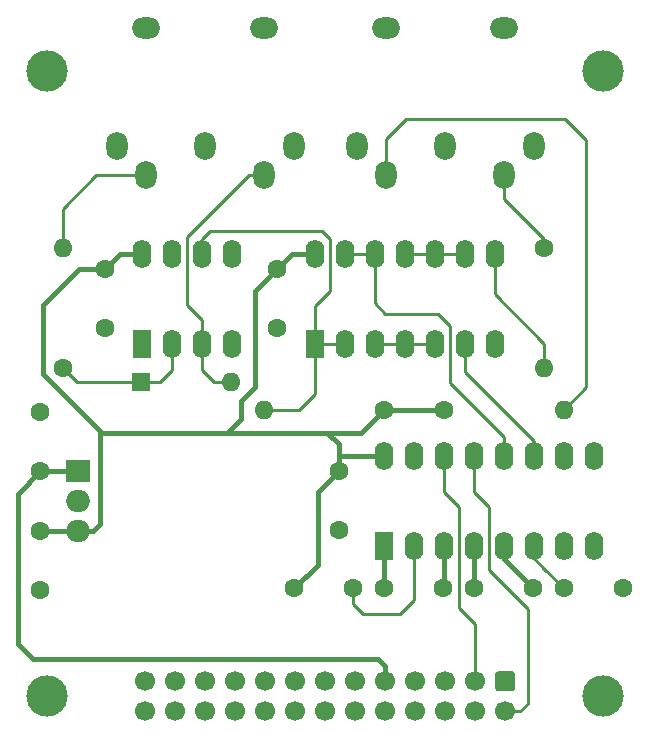
<source format=gtl>
G04 #@! TF.GenerationSoftware,KiCad,Pcbnew,(5.1.8)-1*
G04 #@! TF.CreationDate,2022-02-21T01:41:39+01:00*
G04 #@! TF.ProjectId,BulkyMIDI-32 Amiga IDC,42756c6b-794d-4494-9449-2d333220416d,rev?*
G04 #@! TF.SameCoordinates,Original*
G04 #@! TF.FileFunction,Copper,L1,Top*
G04 #@! TF.FilePolarity,Positive*
%FSLAX46Y46*%
G04 Gerber Fmt 4.6, Leading zero omitted, Abs format (unit mm)*
G04 Created by KiCad (PCBNEW (5.1.8)-1) date 2022-02-21 01:41:39*
%MOMM*%
%LPD*%
G01*
G04 APERTURE LIST*
G04 #@! TA.AperFunction,ComponentPad*
%ADD10O,1.800000X2.400000*%
G04 #@! TD*
G04 #@! TA.AperFunction,WasherPad*
%ADD11O,2.400000X1.800000*%
G04 #@! TD*
G04 #@! TA.AperFunction,ComponentPad*
%ADD12R,1.600000X1.600000*%
G04 #@! TD*
G04 #@! TA.AperFunction,ComponentPad*
%ADD13O,1.600000X1.600000*%
G04 #@! TD*
G04 #@! TA.AperFunction,ComponentPad*
%ADD14C,1.600000*%
G04 #@! TD*
G04 #@! TA.AperFunction,ComponentPad*
%ADD15R,1.600000X2.400000*%
G04 #@! TD*
G04 #@! TA.AperFunction,ComponentPad*
%ADD16O,1.600000X2.400000*%
G04 #@! TD*
G04 #@! TA.AperFunction,WasherPad*
%ADD17C,3.500000*%
G04 #@! TD*
G04 #@! TA.AperFunction,ComponentPad*
%ADD18R,2.000000X1.905000*%
G04 #@! TD*
G04 #@! TA.AperFunction,ComponentPad*
%ADD19O,2.000000X1.905000*%
G04 #@! TD*
G04 #@! TA.AperFunction,ComponentPad*
%ADD20C,1.700000*%
G04 #@! TD*
G04 #@! TA.AperFunction,Conductor*
%ADD21C,0.381000*%
G04 #@! TD*
G04 #@! TA.AperFunction,Conductor*
%ADD22C,0.250000*%
G04 #@! TD*
G04 APERTURE END LIST*
D10*
X107950000Y-79756000D03*
D11*
X102950000Y-69756000D03*
X112950000Y-69756000D03*
D10*
X100450000Y-79756000D03*
X115450000Y-79756000D03*
X102950000Y-82256000D03*
X112950000Y-82256000D03*
X128270000Y-79756000D03*
D11*
X123270000Y-69756000D03*
X133270000Y-69756000D03*
D10*
X120770000Y-79756000D03*
X135770000Y-79756000D03*
X123270000Y-82256000D03*
X133270000Y-82256000D03*
D12*
X102539800Y-99771200D03*
D13*
X110159800Y-99771200D03*
X112903000Y-102108000D03*
D14*
X123063000Y-102108000D03*
X128143000Y-102108000D03*
D13*
X138303000Y-102108000D03*
X136652000Y-98577400D03*
D14*
X136652000Y-88417400D03*
X95885000Y-98577400D03*
D13*
X95885000Y-88417400D03*
D15*
X102616000Y-96520000D03*
D16*
X110236000Y-88900000D03*
X105156000Y-96520000D03*
X107696000Y-88900000D03*
X107696000Y-96520000D03*
X105156000Y-88900000D03*
X110236000Y-96520000D03*
X102616000Y-88900000D03*
D15*
X117221000Y-96520000D03*
D16*
X132461000Y-88900000D03*
X119761000Y-96520000D03*
X129921000Y-88900000D03*
X122301000Y-96520000D03*
X127381000Y-88900000D03*
X124841000Y-96520000D03*
X124841000Y-88900000D03*
X127381000Y-96520000D03*
X122301000Y-88900000D03*
X129921000Y-96520000D03*
X119761000Y-88900000D03*
X132461000Y-96520000D03*
X117221000Y-88900000D03*
D14*
X99441000Y-90170000D03*
X99441000Y-95170000D03*
X114046000Y-95170000D03*
X114046000Y-90170000D03*
D17*
X94560000Y-73406000D03*
X141660000Y-73406000D03*
D14*
X93980000Y-107315000D03*
X93980000Y-102315000D03*
X119253000Y-112315000D03*
X119253000Y-107315000D03*
X93980000Y-117395000D03*
X93980000Y-112395000D03*
X115459500Y-117221000D03*
X120459500Y-117221000D03*
X138303000Y-117221000D03*
X143303000Y-117221000D03*
X130683000Y-117221000D03*
X135683000Y-117221000D03*
X128063000Y-117221000D03*
X123063000Y-117221000D03*
D15*
X123063000Y-113665000D03*
D16*
X140843000Y-106045000D03*
X125603000Y-113665000D03*
X138303000Y-106045000D03*
X128143000Y-113665000D03*
X135763000Y-106045000D03*
X130683000Y-113665000D03*
X133223000Y-106045000D03*
X133223000Y-113665000D03*
X130683000Y-106045000D03*
X135763000Y-113665000D03*
X128143000Y-106045000D03*
X138303000Y-113665000D03*
X125603000Y-106045000D03*
X140843000Y-113665000D03*
X123063000Y-106045000D03*
D18*
X97155000Y-107315000D03*
D19*
X97155000Y-109855000D03*
X97155000Y-112395000D03*
G04 #@! TA.AperFunction,ComponentPad*
G36*
G01*
X132750000Y-124245000D02*
X133950000Y-124245000D01*
G75*
G02*
X134200000Y-124495000I0J-250000D01*
G01*
X134200000Y-125695000D01*
G75*
G02*
X133950000Y-125945000I-250000J0D01*
G01*
X132750000Y-125945000D01*
G75*
G02*
X132500000Y-125695000I0J250000D01*
G01*
X132500000Y-124495000D01*
G75*
G02*
X132750000Y-124245000I250000J0D01*
G01*
G37*
G04 #@! TD.AperFunction*
D20*
X130810000Y-125095000D03*
X128270000Y-125095000D03*
X125730000Y-125095000D03*
X123190000Y-125095000D03*
X120650000Y-125095000D03*
X118110000Y-125095000D03*
X115570000Y-125095000D03*
X113030000Y-125095000D03*
X110490000Y-125095000D03*
X107950000Y-125095000D03*
X105410000Y-125095000D03*
X102870000Y-125095000D03*
X133350000Y-127635000D03*
X130810000Y-127635000D03*
X128270000Y-127635000D03*
X125730000Y-127635000D03*
X123190000Y-127635000D03*
X120650000Y-127635000D03*
X118110000Y-127635000D03*
X115570000Y-127635000D03*
X113030000Y-127635000D03*
X110490000Y-127635000D03*
X107950000Y-127635000D03*
X105410000Y-127635000D03*
X102870000Y-127635000D03*
D17*
X94560000Y-126365000D03*
X141660000Y-126365000D03*
D21*
X100711000Y-88900000D02*
X99441000Y-90170000D01*
X102616000Y-88900000D02*
X100711000Y-88900000D01*
X115316000Y-88900000D02*
X114046000Y-90170000D01*
X117221000Y-88900000D02*
X115316000Y-88900000D01*
X97155000Y-112395000D02*
X93980000Y-112395000D01*
X99060000Y-111760000D02*
X98425000Y-112395000D01*
X98425000Y-112395000D02*
X97155000Y-112395000D01*
X123063000Y-106045000D02*
X120523000Y-106045000D01*
X119253000Y-107315000D02*
X117475000Y-109093000D01*
X117475000Y-115205500D02*
X115459500Y-117221000D01*
X117475000Y-109093000D02*
X117475000Y-115205500D01*
X119253000Y-107315000D02*
X119253000Y-106045000D01*
X119253000Y-106045000D02*
X120523000Y-106045000D01*
X99060000Y-106045000D02*
X99060000Y-111760000D01*
X99060000Y-103911400D02*
X99060000Y-106045000D01*
X123063000Y-102108000D02*
X128143000Y-102108000D01*
X99187000Y-104038400D02*
X99060000Y-103911400D01*
X97282000Y-90170000D02*
X99441000Y-90170000D01*
X94234000Y-93218000D02*
X97282000Y-90170000D01*
X94234000Y-99085400D02*
X94234000Y-93218000D01*
X99060000Y-103911400D02*
X94234000Y-99085400D01*
X109829600Y-104038400D02*
X99187000Y-104038400D01*
X110998000Y-102870000D02*
X109829600Y-104038400D01*
X110998000Y-101346000D02*
X110998000Y-102870000D01*
X112166400Y-100177600D02*
X110998000Y-101346000D01*
X112166400Y-92049600D02*
X112166400Y-100177600D01*
X114046000Y-90170000D02*
X112166400Y-92049600D01*
X119253000Y-105029000D02*
X118262400Y-104038400D01*
X119253000Y-106045000D02*
X119253000Y-105029000D01*
X118262400Y-104038400D02*
X109829600Y-104038400D01*
X121132600Y-104038400D02*
X118262400Y-104038400D01*
X123063000Y-102108000D02*
X121132600Y-104038400D01*
D22*
X104114600Y-99771200D02*
X102539800Y-99771200D01*
X105156000Y-98729800D02*
X104114600Y-99771200D01*
X105156000Y-96520000D02*
X105156000Y-98729800D01*
X97078800Y-99771200D02*
X95885000Y-98577400D01*
X102539800Y-99771200D02*
X97078800Y-99771200D01*
X107696000Y-94488000D02*
X107696000Y-96520000D01*
X106426000Y-93218000D02*
X107696000Y-94488000D01*
X106426000Y-87503000D02*
X106426000Y-93218000D01*
X111673000Y-82256000D02*
X106426000Y-87503000D01*
X112950000Y-82256000D02*
X111673000Y-82256000D01*
X108737400Y-99771200D02*
X110159800Y-99771200D01*
X107696000Y-98729800D02*
X108737400Y-99771200D01*
X107696000Y-96520000D02*
X107696000Y-98729800D01*
X136652000Y-87630000D02*
X136652000Y-88900000D01*
X133270000Y-84248000D02*
X136652000Y-87630000D01*
X133270000Y-82256000D02*
X133270000Y-84248000D01*
X140208000Y-100203000D02*
X138303000Y-102108000D01*
X138430000Y-77470000D02*
X140208000Y-79248000D01*
X140208000Y-79248000D02*
X140208000Y-100203000D01*
X124968000Y-77470000D02*
X138430000Y-77470000D01*
X123270000Y-79168000D02*
X124968000Y-77470000D01*
X123270000Y-82256000D02*
X123270000Y-79168000D01*
X102950000Y-82256000D02*
X98719000Y-82256000D01*
X98719000Y-82256000D02*
X95885000Y-85090000D01*
X95885000Y-88417400D02*
X95885000Y-85090000D01*
X117221000Y-96520000D02*
X119761000Y-96520000D01*
X117221000Y-93281500D02*
X117221000Y-96520000D01*
X118491000Y-92011500D02*
X117221000Y-93281500D01*
X118491000Y-87630000D02*
X118491000Y-92011500D01*
X117856000Y-86995000D02*
X118491000Y-87630000D01*
X108331000Y-86995000D02*
X117856000Y-86995000D01*
X107696000Y-87630000D02*
X108331000Y-86995000D01*
X107696000Y-88900000D02*
X107696000Y-87630000D01*
X112903000Y-102108000D02*
X115874800Y-102108000D01*
X117221000Y-100761800D02*
X117221000Y-96520000D01*
X115874800Y-102108000D02*
X117221000Y-100761800D01*
X136652000Y-96520000D02*
X136652000Y-98552000D01*
X132461000Y-92329000D02*
X136652000Y-96520000D01*
X132461000Y-88900000D02*
X132461000Y-92329000D01*
X129921000Y-88900000D02*
X127381000Y-88900000D01*
X124841000Y-88900000D02*
X127381000Y-88900000D01*
X122301000Y-96520000D02*
X124841000Y-96520000D01*
X124841000Y-96520000D02*
X127381000Y-96520000D01*
D21*
X97155000Y-107315000D02*
X93980000Y-107315000D01*
X92075000Y-121920000D02*
X93345000Y-123190000D01*
X92075000Y-109220000D02*
X92075000Y-121920000D01*
X93980000Y-107315000D02*
X92075000Y-109220000D01*
X123190000Y-125095000D02*
X123190000Y-123825000D01*
X123190000Y-123825000D02*
X122555000Y-123190000D01*
X122555000Y-123190000D02*
X93345000Y-123190000D01*
D22*
X120459500Y-117221000D02*
X120459500Y-118554500D01*
X120459500Y-118554500D02*
X121285000Y-119380000D01*
X121285000Y-119380000D02*
X124460000Y-119380000D01*
X125603000Y-118237000D02*
X125603000Y-113665000D01*
X124460000Y-119380000D02*
X125603000Y-118237000D01*
X136652000Y-115570000D02*
X138303000Y-117221000D01*
X135763000Y-114681000D02*
X136652000Y-115570000D01*
X135763000Y-113665000D02*
X135763000Y-114681000D01*
D21*
X130683000Y-113665000D02*
X130683000Y-117221000D01*
X133223000Y-114761000D02*
X135683000Y-117221000D01*
X133223000Y-113665000D02*
X133223000Y-114761000D01*
X128143000Y-117141000D02*
X128063000Y-117221000D01*
X128143000Y-113665000D02*
X128143000Y-117141000D01*
X123063000Y-113665000D02*
X123063000Y-117221000D01*
D22*
X130683000Y-109093000D02*
X130683000Y-106045000D01*
X131960000Y-110370000D02*
X130683000Y-109093000D01*
X133350000Y-127635000D02*
X134620000Y-127635000D01*
X134620000Y-127635000D02*
X135255000Y-127000000D01*
X135255000Y-118985000D02*
X131960000Y-115690000D01*
X135255000Y-127000000D02*
X135255000Y-118985000D01*
X131960000Y-115690000D02*
X131960000Y-110370000D01*
X128143000Y-109093000D02*
X128143000Y-106045000D01*
X129413000Y-110363000D02*
X128143000Y-109093000D01*
X130810000Y-120269000D02*
X129413000Y-118872000D01*
X129413000Y-118872000D02*
X129413000Y-110363000D01*
X130810000Y-125095000D02*
X130810000Y-120269000D01*
X122301000Y-88900000D02*
X119761000Y-88900000D01*
X133223000Y-104394000D02*
X133223000Y-106045000D01*
X128651000Y-99822000D02*
X133223000Y-104394000D01*
X128651000Y-94996000D02*
X128651000Y-99822000D01*
X127635000Y-93980000D02*
X128651000Y-94996000D01*
X123190000Y-93980000D02*
X127635000Y-93980000D01*
X122301000Y-93091000D02*
X123190000Y-93980000D01*
X122301000Y-88900000D02*
X122301000Y-93091000D01*
X135763000Y-106045000D02*
X135763000Y-104775000D01*
X129921000Y-98933000D02*
X129921000Y-96520000D01*
X135763000Y-104775000D02*
X129921000Y-98933000D01*
M02*

</source>
